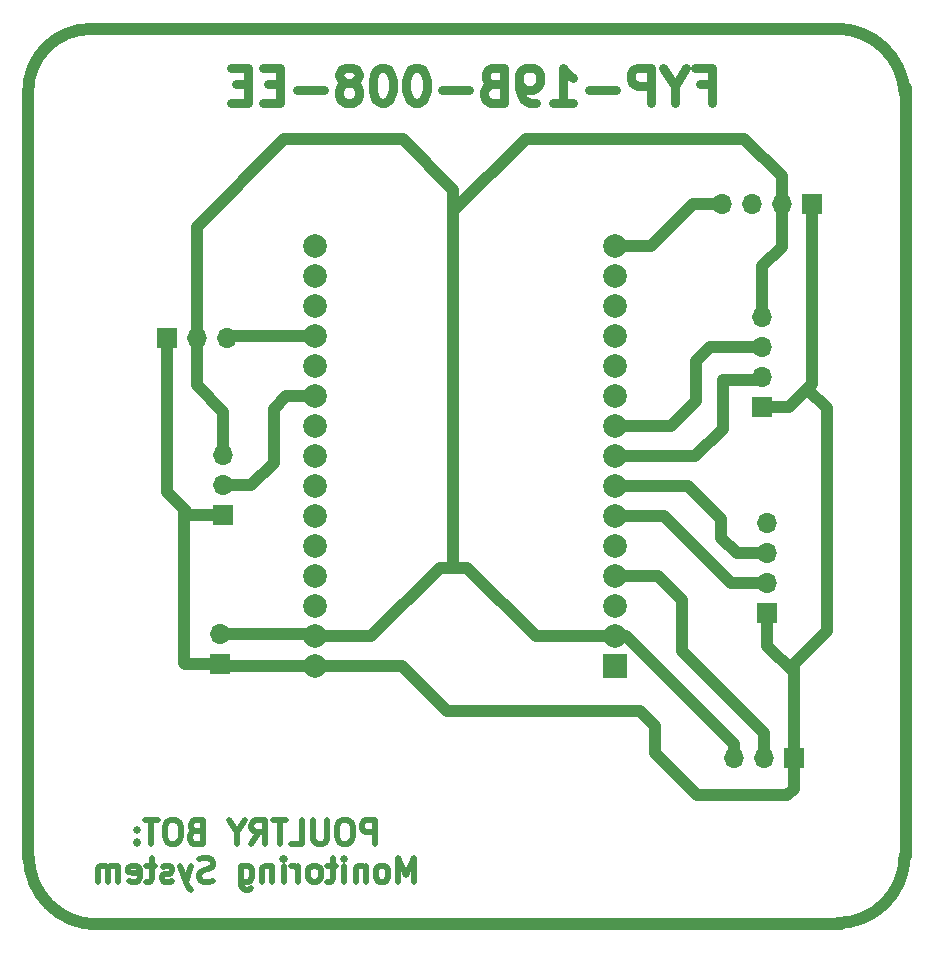
<source format=gbr>
%TF.GenerationSoftware,KiCad,Pcbnew,7.0.10*%
%TF.CreationDate,2024-02-21T12:26:18+05:00*%
%TF.ProjectId,Circuit for 2nd Milestone,43697263-7569-4742-9066-6f7220326e64,rev?*%
%TF.SameCoordinates,Original*%
%TF.FileFunction,Copper,L2,Bot*%
%TF.FilePolarity,Positive*%
%FSLAX46Y46*%
G04 Gerber Fmt 4.6, Leading zero omitted, Abs format (unit mm)*
G04 Created by KiCad (PCBNEW 7.0.10) date 2024-02-21 12:26:18*
%MOMM*%
%LPD*%
G01*
G04 APERTURE LIST*
%ADD10C,0.500000*%
%TA.AperFunction,NonConductor*%
%ADD11C,0.500000*%
%TD*%
%ADD12C,0.750000*%
%TA.AperFunction,NonConductor*%
%ADD13C,0.750000*%
%TD*%
%TA.AperFunction,NonConductor*%
%ADD14C,1.000000*%
%TD*%
%TA.AperFunction,ComponentPad*%
%ADD15R,1.700000X1.700000*%
%TD*%
%TA.AperFunction,ComponentPad*%
%ADD16O,1.700000X1.700000*%
%TD*%
%TA.AperFunction,ComponentPad*%
%ADD17R,2.000000X2.000000*%
%TD*%
%TA.AperFunction,ComponentPad*%
%ADD18C,2.000000*%
%TD*%
%TA.AperFunction,Conductor*%
%ADD19C,1.000000*%
%TD*%
G04 APERTURE END LIST*
D10*
D11*
X132091438Y-106972538D02*
X132091438Y-104972538D01*
X132091438Y-104972538D02*
X131329533Y-104972538D01*
X131329533Y-104972538D02*
X131139057Y-105067776D01*
X131139057Y-105067776D02*
X131043819Y-105163014D01*
X131043819Y-105163014D02*
X130948581Y-105353490D01*
X130948581Y-105353490D02*
X130948581Y-105639204D01*
X130948581Y-105639204D02*
X131043819Y-105829680D01*
X131043819Y-105829680D02*
X131139057Y-105924919D01*
X131139057Y-105924919D02*
X131329533Y-106020157D01*
X131329533Y-106020157D02*
X132091438Y-106020157D01*
X129710486Y-104972538D02*
X129329533Y-104972538D01*
X129329533Y-104972538D02*
X129139057Y-105067776D01*
X129139057Y-105067776D02*
X128948581Y-105258252D01*
X128948581Y-105258252D02*
X128853343Y-105639204D01*
X128853343Y-105639204D02*
X128853343Y-106305871D01*
X128853343Y-106305871D02*
X128948581Y-106686823D01*
X128948581Y-106686823D02*
X129139057Y-106877300D01*
X129139057Y-106877300D02*
X129329533Y-106972538D01*
X129329533Y-106972538D02*
X129710486Y-106972538D01*
X129710486Y-106972538D02*
X129900962Y-106877300D01*
X129900962Y-106877300D02*
X130091438Y-106686823D01*
X130091438Y-106686823D02*
X130186676Y-106305871D01*
X130186676Y-106305871D02*
X130186676Y-105639204D01*
X130186676Y-105639204D02*
X130091438Y-105258252D01*
X130091438Y-105258252D02*
X129900962Y-105067776D01*
X129900962Y-105067776D02*
X129710486Y-104972538D01*
X127996200Y-104972538D02*
X127996200Y-106591585D01*
X127996200Y-106591585D02*
X127900962Y-106782061D01*
X127900962Y-106782061D02*
X127805724Y-106877300D01*
X127805724Y-106877300D02*
X127615248Y-106972538D01*
X127615248Y-106972538D02*
X127234295Y-106972538D01*
X127234295Y-106972538D02*
X127043819Y-106877300D01*
X127043819Y-106877300D02*
X126948581Y-106782061D01*
X126948581Y-106782061D02*
X126853343Y-106591585D01*
X126853343Y-106591585D02*
X126853343Y-104972538D01*
X124948581Y-106972538D02*
X125900962Y-106972538D01*
X125900962Y-106972538D02*
X125900962Y-104972538D01*
X124567628Y-104972538D02*
X123424771Y-104972538D01*
X123996200Y-106972538D02*
X123996200Y-104972538D01*
X121615247Y-106972538D02*
X122281914Y-106020157D01*
X122758104Y-106972538D02*
X122758104Y-104972538D01*
X122758104Y-104972538D02*
X121996199Y-104972538D01*
X121996199Y-104972538D02*
X121805723Y-105067776D01*
X121805723Y-105067776D02*
X121710485Y-105163014D01*
X121710485Y-105163014D02*
X121615247Y-105353490D01*
X121615247Y-105353490D02*
X121615247Y-105639204D01*
X121615247Y-105639204D02*
X121710485Y-105829680D01*
X121710485Y-105829680D02*
X121805723Y-105924919D01*
X121805723Y-105924919D02*
X121996199Y-106020157D01*
X121996199Y-106020157D02*
X122758104Y-106020157D01*
X120377152Y-106020157D02*
X120377152Y-106972538D01*
X121043818Y-104972538D02*
X120377152Y-106020157D01*
X120377152Y-106020157D02*
X119710485Y-104972538D01*
X116853341Y-105924919D02*
X116567627Y-106020157D01*
X116567627Y-106020157D02*
X116472389Y-106115395D01*
X116472389Y-106115395D02*
X116377151Y-106305871D01*
X116377151Y-106305871D02*
X116377151Y-106591585D01*
X116377151Y-106591585D02*
X116472389Y-106782061D01*
X116472389Y-106782061D02*
X116567627Y-106877300D01*
X116567627Y-106877300D02*
X116758103Y-106972538D01*
X116758103Y-106972538D02*
X117520008Y-106972538D01*
X117520008Y-106972538D02*
X117520008Y-104972538D01*
X117520008Y-104972538D02*
X116853341Y-104972538D01*
X116853341Y-104972538D02*
X116662865Y-105067776D01*
X116662865Y-105067776D02*
X116567627Y-105163014D01*
X116567627Y-105163014D02*
X116472389Y-105353490D01*
X116472389Y-105353490D02*
X116472389Y-105543966D01*
X116472389Y-105543966D02*
X116567627Y-105734442D01*
X116567627Y-105734442D02*
X116662865Y-105829680D01*
X116662865Y-105829680D02*
X116853341Y-105924919D01*
X116853341Y-105924919D02*
X117520008Y-105924919D01*
X115139056Y-104972538D02*
X114758103Y-104972538D01*
X114758103Y-104972538D02*
X114567627Y-105067776D01*
X114567627Y-105067776D02*
X114377151Y-105258252D01*
X114377151Y-105258252D02*
X114281913Y-105639204D01*
X114281913Y-105639204D02*
X114281913Y-106305871D01*
X114281913Y-106305871D02*
X114377151Y-106686823D01*
X114377151Y-106686823D02*
X114567627Y-106877300D01*
X114567627Y-106877300D02*
X114758103Y-106972538D01*
X114758103Y-106972538D02*
X115139056Y-106972538D01*
X115139056Y-106972538D02*
X115329532Y-106877300D01*
X115329532Y-106877300D02*
X115520008Y-106686823D01*
X115520008Y-106686823D02*
X115615246Y-106305871D01*
X115615246Y-106305871D02*
X115615246Y-105639204D01*
X115615246Y-105639204D02*
X115520008Y-105258252D01*
X115520008Y-105258252D02*
X115329532Y-105067776D01*
X115329532Y-105067776D02*
X115139056Y-104972538D01*
X113710484Y-104972538D02*
X112567627Y-104972538D01*
X113139056Y-106972538D02*
X113139056Y-104972538D01*
X111900960Y-106782061D02*
X111805722Y-106877300D01*
X111805722Y-106877300D02*
X111900960Y-106972538D01*
X111900960Y-106972538D02*
X111996198Y-106877300D01*
X111996198Y-106877300D02*
X111900960Y-106782061D01*
X111900960Y-106782061D02*
X111900960Y-106972538D01*
X111900960Y-105734442D02*
X111805722Y-105829680D01*
X111805722Y-105829680D02*
X111900960Y-105924919D01*
X111900960Y-105924919D02*
X111996198Y-105829680D01*
X111996198Y-105829680D02*
X111900960Y-105734442D01*
X111900960Y-105734442D02*
X111900960Y-105924919D01*
X135377153Y-110192538D02*
X135377153Y-108192538D01*
X135377153Y-108192538D02*
X134710486Y-109621109D01*
X134710486Y-109621109D02*
X134043820Y-108192538D01*
X134043820Y-108192538D02*
X134043820Y-110192538D01*
X132805725Y-110192538D02*
X132996201Y-110097300D01*
X132996201Y-110097300D02*
X133091439Y-110002061D01*
X133091439Y-110002061D02*
X133186677Y-109811585D01*
X133186677Y-109811585D02*
X133186677Y-109240157D01*
X133186677Y-109240157D02*
X133091439Y-109049680D01*
X133091439Y-109049680D02*
X132996201Y-108954442D01*
X132996201Y-108954442D02*
X132805725Y-108859204D01*
X132805725Y-108859204D02*
X132520010Y-108859204D01*
X132520010Y-108859204D02*
X132329534Y-108954442D01*
X132329534Y-108954442D02*
X132234296Y-109049680D01*
X132234296Y-109049680D02*
X132139058Y-109240157D01*
X132139058Y-109240157D02*
X132139058Y-109811585D01*
X132139058Y-109811585D02*
X132234296Y-110002061D01*
X132234296Y-110002061D02*
X132329534Y-110097300D01*
X132329534Y-110097300D02*
X132520010Y-110192538D01*
X132520010Y-110192538D02*
X132805725Y-110192538D01*
X131281915Y-108859204D02*
X131281915Y-110192538D01*
X131281915Y-109049680D02*
X131186677Y-108954442D01*
X131186677Y-108954442D02*
X130996201Y-108859204D01*
X130996201Y-108859204D02*
X130710486Y-108859204D01*
X130710486Y-108859204D02*
X130520010Y-108954442D01*
X130520010Y-108954442D02*
X130424772Y-109144919D01*
X130424772Y-109144919D02*
X130424772Y-110192538D01*
X129472391Y-110192538D02*
X129472391Y-108859204D01*
X129472391Y-108192538D02*
X129567629Y-108287776D01*
X129567629Y-108287776D02*
X129472391Y-108383014D01*
X129472391Y-108383014D02*
X129377153Y-108287776D01*
X129377153Y-108287776D02*
X129472391Y-108192538D01*
X129472391Y-108192538D02*
X129472391Y-108383014D01*
X128805724Y-108859204D02*
X128043820Y-108859204D01*
X128520010Y-108192538D02*
X128520010Y-109906823D01*
X128520010Y-109906823D02*
X128424772Y-110097300D01*
X128424772Y-110097300D02*
X128234296Y-110192538D01*
X128234296Y-110192538D02*
X128043820Y-110192538D01*
X127091439Y-110192538D02*
X127281915Y-110097300D01*
X127281915Y-110097300D02*
X127377153Y-110002061D01*
X127377153Y-110002061D02*
X127472391Y-109811585D01*
X127472391Y-109811585D02*
X127472391Y-109240157D01*
X127472391Y-109240157D02*
X127377153Y-109049680D01*
X127377153Y-109049680D02*
X127281915Y-108954442D01*
X127281915Y-108954442D02*
X127091439Y-108859204D01*
X127091439Y-108859204D02*
X126805724Y-108859204D01*
X126805724Y-108859204D02*
X126615248Y-108954442D01*
X126615248Y-108954442D02*
X126520010Y-109049680D01*
X126520010Y-109049680D02*
X126424772Y-109240157D01*
X126424772Y-109240157D02*
X126424772Y-109811585D01*
X126424772Y-109811585D02*
X126520010Y-110002061D01*
X126520010Y-110002061D02*
X126615248Y-110097300D01*
X126615248Y-110097300D02*
X126805724Y-110192538D01*
X126805724Y-110192538D02*
X127091439Y-110192538D01*
X125567629Y-110192538D02*
X125567629Y-108859204D01*
X125567629Y-109240157D02*
X125472391Y-109049680D01*
X125472391Y-109049680D02*
X125377153Y-108954442D01*
X125377153Y-108954442D02*
X125186677Y-108859204D01*
X125186677Y-108859204D02*
X124996200Y-108859204D01*
X124329534Y-110192538D02*
X124329534Y-108859204D01*
X124329534Y-108192538D02*
X124424772Y-108287776D01*
X124424772Y-108287776D02*
X124329534Y-108383014D01*
X124329534Y-108383014D02*
X124234296Y-108287776D01*
X124234296Y-108287776D02*
X124329534Y-108192538D01*
X124329534Y-108192538D02*
X124329534Y-108383014D01*
X123377153Y-108859204D02*
X123377153Y-110192538D01*
X123377153Y-109049680D02*
X123281915Y-108954442D01*
X123281915Y-108954442D02*
X123091439Y-108859204D01*
X123091439Y-108859204D02*
X122805724Y-108859204D01*
X122805724Y-108859204D02*
X122615248Y-108954442D01*
X122615248Y-108954442D02*
X122520010Y-109144919D01*
X122520010Y-109144919D02*
X122520010Y-110192538D01*
X120710486Y-108859204D02*
X120710486Y-110478252D01*
X120710486Y-110478252D02*
X120805724Y-110668728D01*
X120805724Y-110668728D02*
X120900962Y-110763966D01*
X120900962Y-110763966D02*
X121091439Y-110859204D01*
X121091439Y-110859204D02*
X121377153Y-110859204D01*
X121377153Y-110859204D02*
X121567629Y-110763966D01*
X120710486Y-110097300D02*
X120900962Y-110192538D01*
X120900962Y-110192538D02*
X121281915Y-110192538D01*
X121281915Y-110192538D02*
X121472391Y-110097300D01*
X121472391Y-110097300D02*
X121567629Y-110002061D01*
X121567629Y-110002061D02*
X121662867Y-109811585D01*
X121662867Y-109811585D02*
X121662867Y-109240157D01*
X121662867Y-109240157D02*
X121567629Y-109049680D01*
X121567629Y-109049680D02*
X121472391Y-108954442D01*
X121472391Y-108954442D02*
X121281915Y-108859204D01*
X121281915Y-108859204D02*
X120900962Y-108859204D01*
X120900962Y-108859204D02*
X120710486Y-108954442D01*
X118329533Y-110097300D02*
X118043819Y-110192538D01*
X118043819Y-110192538D02*
X117567628Y-110192538D01*
X117567628Y-110192538D02*
X117377152Y-110097300D01*
X117377152Y-110097300D02*
X117281914Y-110002061D01*
X117281914Y-110002061D02*
X117186676Y-109811585D01*
X117186676Y-109811585D02*
X117186676Y-109621109D01*
X117186676Y-109621109D02*
X117281914Y-109430633D01*
X117281914Y-109430633D02*
X117377152Y-109335395D01*
X117377152Y-109335395D02*
X117567628Y-109240157D01*
X117567628Y-109240157D02*
X117948581Y-109144919D01*
X117948581Y-109144919D02*
X118139057Y-109049680D01*
X118139057Y-109049680D02*
X118234295Y-108954442D01*
X118234295Y-108954442D02*
X118329533Y-108763966D01*
X118329533Y-108763966D02*
X118329533Y-108573490D01*
X118329533Y-108573490D02*
X118234295Y-108383014D01*
X118234295Y-108383014D02*
X118139057Y-108287776D01*
X118139057Y-108287776D02*
X117948581Y-108192538D01*
X117948581Y-108192538D02*
X117472390Y-108192538D01*
X117472390Y-108192538D02*
X117186676Y-108287776D01*
X116520009Y-108859204D02*
X116043819Y-110192538D01*
X115567628Y-108859204D02*
X116043819Y-110192538D01*
X116043819Y-110192538D02*
X116234295Y-110668728D01*
X116234295Y-110668728D02*
X116329533Y-110763966D01*
X116329533Y-110763966D02*
X116520009Y-110859204D01*
X114900961Y-110097300D02*
X114710485Y-110192538D01*
X114710485Y-110192538D02*
X114329533Y-110192538D01*
X114329533Y-110192538D02*
X114139056Y-110097300D01*
X114139056Y-110097300D02*
X114043818Y-109906823D01*
X114043818Y-109906823D02*
X114043818Y-109811585D01*
X114043818Y-109811585D02*
X114139056Y-109621109D01*
X114139056Y-109621109D02*
X114329533Y-109525871D01*
X114329533Y-109525871D02*
X114615247Y-109525871D01*
X114615247Y-109525871D02*
X114805723Y-109430633D01*
X114805723Y-109430633D02*
X114900961Y-109240157D01*
X114900961Y-109240157D02*
X114900961Y-109144919D01*
X114900961Y-109144919D02*
X114805723Y-108954442D01*
X114805723Y-108954442D02*
X114615247Y-108859204D01*
X114615247Y-108859204D02*
X114329533Y-108859204D01*
X114329533Y-108859204D02*
X114139056Y-108954442D01*
X113472389Y-108859204D02*
X112710485Y-108859204D01*
X113186675Y-108192538D02*
X113186675Y-109906823D01*
X113186675Y-109906823D02*
X113091437Y-110097300D01*
X113091437Y-110097300D02*
X112900961Y-110192538D01*
X112900961Y-110192538D02*
X112710485Y-110192538D01*
X111281913Y-110097300D02*
X111472389Y-110192538D01*
X111472389Y-110192538D02*
X111853342Y-110192538D01*
X111853342Y-110192538D02*
X112043818Y-110097300D01*
X112043818Y-110097300D02*
X112139056Y-109906823D01*
X112139056Y-109906823D02*
X112139056Y-109144919D01*
X112139056Y-109144919D02*
X112043818Y-108954442D01*
X112043818Y-108954442D02*
X111853342Y-108859204D01*
X111853342Y-108859204D02*
X111472389Y-108859204D01*
X111472389Y-108859204D02*
X111281913Y-108954442D01*
X111281913Y-108954442D02*
X111186675Y-109144919D01*
X111186675Y-109144919D02*
X111186675Y-109335395D01*
X111186675Y-109335395D02*
X112139056Y-109525871D01*
X110329532Y-110192538D02*
X110329532Y-108859204D01*
X110329532Y-109049680D02*
X110234294Y-108954442D01*
X110234294Y-108954442D02*
X110043818Y-108859204D01*
X110043818Y-108859204D02*
X109758103Y-108859204D01*
X109758103Y-108859204D02*
X109567627Y-108954442D01*
X109567627Y-108954442D02*
X109472389Y-109144919D01*
X109472389Y-109144919D02*
X109472389Y-110192538D01*
X109472389Y-109144919D02*
X109377151Y-108954442D01*
X109377151Y-108954442D02*
X109186675Y-108859204D01*
X109186675Y-108859204D02*
X108900961Y-108859204D01*
X108900961Y-108859204D02*
X108710484Y-108954442D01*
X108710484Y-108954442D02*
X108615246Y-109144919D01*
X108615246Y-109144919D02*
X108615246Y-110192538D01*
D12*
D13*
X159582615Y-42690728D02*
X160582615Y-42690728D01*
X160582615Y-44262157D02*
X160582615Y-41262157D01*
X160582615Y-41262157D02*
X159154043Y-41262157D01*
X157439757Y-42833585D02*
X157439757Y-44262157D01*
X158439757Y-41262157D02*
X157439757Y-42833585D01*
X157439757Y-42833585D02*
X156439757Y-41262157D01*
X155439757Y-44262157D02*
X155439757Y-41262157D01*
X155439757Y-41262157D02*
X154296900Y-41262157D01*
X154296900Y-41262157D02*
X154011185Y-41405014D01*
X154011185Y-41405014D02*
X153868328Y-41547871D01*
X153868328Y-41547871D02*
X153725471Y-41833585D01*
X153725471Y-41833585D02*
X153725471Y-42262157D01*
X153725471Y-42262157D02*
X153868328Y-42547871D01*
X153868328Y-42547871D02*
X154011185Y-42690728D01*
X154011185Y-42690728D02*
X154296900Y-42833585D01*
X154296900Y-42833585D02*
X155439757Y-42833585D01*
X152439757Y-43119300D02*
X150154043Y-43119300D01*
X147154042Y-44262157D02*
X148868328Y-44262157D01*
X148011185Y-44262157D02*
X148011185Y-41262157D01*
X148011185Y-41262157D02*
X148296899Y-41690728D01*
X148296899Y-41690728D02*
X148582614Y-41976442D01*
X148582614Y-41976442D02*
X148868328Y-42119300D01*
X145725471Y-44262157D02*
X145154042Y-44262157D01*
X145154042Y-44262157D02*
X144868328Y-44119300D01*
X144868328Y-44119300D02*
X144725471Y-43976442D01*
X144725471Y-43976442D02*
X144439756Y-43547871D01*
X144439756Y-43547871D02*
X144296899Y-42976442D01*
X144296899Y-42976442D02*
X144296899Y-41833585D01*
X144296899Y-41833585D02*
X144439756Y-41547871D01*
X144439756Y-41547871D02*
X144582614Y-41405014D01*
X144582614Y-41405014D02*
X144868328Y-41262157D01*
X144868328Y-41262157D02*
X145439756Y-41262157D01*
X145439756Y-41262157D02*
X145725471Y-41405014D01*
X145725471Y-41405014D02*
X145868328Y-41547871D01*
X145868328Y-41547871D02*
X146011185Y-41833585D01*
X146011185Y-41833585D02*
X146011185Y-42547871D01*
X146011185Y-42547871D02*
X145868328Y-42833585D01*
X145868328Y-42833585D02*
X145725471Y-42976442D01*
X145725471Y-42976442D02*
X145439756Y-43119300D01*
X145439756Y-43119300D02*
X144868328Y-43119300D01*
X144868328Y-43119300D02*
X144582614Y-42976442D01*
X144582614Y-42976442D02*
X144439756Y-42833585D01*
X144439756Y-42833585D02*
X144296899Y-42547871D01*
X142011185Y-42690728D02*
X141582613Y-42833585D01*
X141582613Y-42833585D02*
X141439756Y-42976442D01*
X141439756Y-42976442D02*
X141296899Y-43262157D01*
X141296899Y-43262157D02*
X141296899Y-43690728D01*
X141296899Y-43690728D02*
X141439756Y-43976442D01*
X141439756Y-43976442D02*
X141582613Y-44119300D01*
X141582613Y-44119300D02*
X141868328Y-44262157D01*
X141868328Y-44262157D02*
X143011185Y-44262157D01*
X143011185Y-44262157D02*
X143011185Y-41262157D01*
X143011185Y-41262157D02*
X142011185Y-41262157D01*
X142011185Y-41262157D02*
X141725471Y-41405014D01*
X141725471Y-41405014D02*
X141582613Y-41547871D01*
X141582613Y-41547871D02*
X141439756Y-41833585D01*
X141439756Y-41833585D02*
X141439756Y-42119300D01*
X141439756Y-42119300D02*
X141582613Y-42405014D01*
X141582613Y-42405014D02*
X141725471Y-42547871D01*
X141725471Y-42547871D02*
X142011185Y-42690728D01*
X142011185Y-42690728D02*
X143011185Y-42690728D01*
X140011185Y-43119300D02*
X137725471Y-43119300D01*
X135725470Y-41262157D02*
X135439756Y-41262157D01*
X135439756Y-41262157D02*
X135154042Y-41405014D01*
X135154042Y-41405014D02*
X135011185Y-41547871D01*
X135011185Y-41547871D02*
X134868327Y-41833585D01*
X134868327Y-41833585D02*
X134725470Y-42405014D01*
X134725470Y-42405014D02*
X134725470Y-43119300D01*
X134725470Y-43119300D02*
X134868327Y-43690728D01*
X134868327Y-43690728D02*
X135011185Y-43976442D01*
X135011185Y-43976442D02*
X135154042Y-44119300D01*
X135154042Y-44119300D02*
X135439756Y-44262157D01*
X135439756Y-44262157D02*
X135725470Y-44262157D01*
X135725470Y-44262157D02*
X136011185Y-44119300D01*
X136011185Y-44119300D02*
X136154042Y-43976442D01*
X136154042Y-43976442D02*
X136296899Y-43690728D01*
X136296899Y-43690728D02*
X136439756Y-43119300D01*
X136439756Y-43119300D02*
X136439756Y-42405014D01*
X136439756Y-42405014D02*
X136296899Y-41833585D01*
X136296899Y-41833585D02*
X136154042Y-41547871D01*
X136154042Y-41547871D02*
X136011185Y-41405014D01*
X136011185Y-41405014D02*
X135725470Y-41262157D01*
X132868327Y-41262157D02*
X132582613Y-41262157D01*
X132582613Y-41262157D02*
X132296899Y-41405014D01*
X132296899Y-41405014D02*
X132154042Y-41547871D01*
X132154042Y-41547871D02*
X132011184Y-41833585D01*
X132011184Y-41833585D02*
X131868327Y-42405014D01*
X131868327Y-42405014D02*
X131868327Y-43119300D01*
X131868327Y-43119300D02*
X132011184Y-43690728D01*
X132011184Y-43690728D02*
X132154042Y-43976442D01*
X132154042Y-43976442D02*
X132296899Y-44119300D01*
X132296899Y-44119300D02*
X132582613Y-44262157D01*
X132582613Y-44262157D02*
X132868327Y-44262157D01*
X132868327Y-44262157D02*
X133154042Y-44119300D01*
X133154042Y-44119300D02*
X133296899Y-43976442D01*
X133296899Y-43976442D02*
X133439756Y-43690728D01*
X133439756Y-43690728D02*
X133582613Y-43119300D01*
X133582613Y-43119300D02*
X133582613Y-42405014D01*
X133582613Y-42405014D02*
X133439756Y-41833585D01*
X133439756Y-41833585D02*
X133296899Y-41547871D01*
X133296899Y-41547871D02*
X133154042Y-41405014D01*
X133154042Y-41405014D02*
X132868327Y-41262157D01*
X130154041Y-42547871D02*
X130439756Y-42405014D01*
X130439756Y-42405014D02*
X130582613Y-42262157D01*
X130582613Y-42262157D02*
X130725470Y-41976442D01*
X130725470Y-41976442D02*
X130725470Y-41833585D01*
X130725470Y-41833585D02*
X130582613Y-41547871D01*
X130582613Y-41547871D02*
X130439756Y-41405014D01*
X130439756Y-41405014D02*
X130154041Y-41262157D01*
X130154041Y-41262157D02*
X129582613Y-41262157D01*
X129582613Y-41262157D02*
X129296899Y-41405014D01*
X129296899Y-41405014D02*
X129154041Y-41547871D01*
X129154041Y-41547871D02*
X129011184Y-41833585D01*
X129011184Y-41833585D02*
X129011184Y-41976442D01*
X129011184Y-41976442D02*
X129154041Y-42262157D01*
X129154041Y-42262157D02*
X129296899Y-42405014D01*
X129296899Y-42405014D02*
X129582613Y-42547871D01*
X129582613Y-42547871D02*
X130154041Y-42547871D01*
X130154041Y-42547871D02*
X130439756Y-42690728D01*
X130439756Y-42690728D02*
X130582613Y-42833585D01*
X130582613Y-42833585D02*
X130725470Y-43119300D01*
X130725470Y-43119300D02*
X130725470Y-43690728D01*
X130725470Y-43690728D02*
X130582613Y-43976442D01*
X130582613Y-43976442D02*
X130439756Y-44119300D01*
X130439756Y-44119300D02*
X130154041Y-44262157D01*
X130154041Y-44262157D02*
X129582613Y-44262157D01*
X129582613Y-44262157D02*
X129296899Y-44119300D01*
X129296899Y-44119300D02*
X129154041Y-43976442D01*
X129154041Y-43976442D02*
X129011184Y-43690728D01*
X129011184Y-43690728D02*
X129011184Y-43119300D01*
X129011184Y-43119300D02*
X129154041Y-42833585D01*
X129154041Y-42833585D02*
X129296899Y-42690728D01*
X129296899Y-42690728D02*
X129582613Y-42547871D01*
X127725470Y-43119300D02*
X125439756Y-43119300D01*
X124011184Y-42690728D02*
X123011184Y-42690728D01*
X122582612Y-44262157D02*
X124011184Y-44262157D01*
X124011184Y-44262157D02*
X124011184Y-41262157D01*
X124011184Y-41262157D02*
X122582612Y-41262157D01*
X121296898Y-42690728D02*
X120296898Y-42690728D01*
X119868326Y-44262157D02*
X121296898Y-44262157D01*
X121296898Y-44262157D02*
X121296898Y-41262157D01*
X121296898Y-41262157D02*
X119868326Y-41262157D01*
D14*
X108488100Y-113741200D02*
X171488100Y-113741200D01*
X177000000Y-43000000D02*
X177000000Y-108000000D01*
X176911000Y-43370500D02*
G75*
G03*
X171145200Y-37966489I-5765800J-373900D01*
G01*
X171208700Y-113690400D02*
G75*
G03*
X176911000Y-107988100I0J5702300D01*
G01*
X102755700Y-108051600D02*
G75*
G03*
X108497508Y-113804613I5791199J38100D01*
G01*
X108000800Y-37985700D02*
G75*
G03*
X102704900Y-43281600I0J-5295900D01*
G01*
X102730300Y-108167300D02*
X102730300Y-43167300D01*
X108000000Y-38000000D02*
X171000000Y-38000000D01*
D15*
%TO.P,J1,1*%
%TO.N,5V*%
X165303200Y-87477600D03*
D16*
%TO.P,J1,2*%
%TO.N,TX*%
X165303200Y-84937600D03*
%TO.P,J1,3*%
%TO.N,RX*%
X165303200Y-82397600D03*
%TO.P,J1,4*%
%TO.N,GND*%
X165303200Y-79857600D03*
%TD*%
D15*
%TO.P,J2,1*%
%TO.N,5V*%
X167513000Y-99733100D03*
D16*
%TO.P,J2,2*%
%TO.N,DHT22*%
X164973000Y-99733100D03*
%TO.P,J2,3*%
%TO.N,GND*%
X162433000Y-99733100D03*
%TD*%
D15*
%TO.P,J3,1*%
%TO.N,5V*%
X169037000Y-52819300D03*
D16*
%TO.P,J3,2*%
%TO.N,GND*%
X166497000Y-52819300D03*
%TO.P,J3,3*%
%TO.N,Net-(J3-Pad3)*%
X163957000Y-52819300D03*
%TO.P,J3,4*%
%TO.N,MQ135*%
X161417000Y-52819300D03*
%TD*%
%TO.P,J4,4*%
%TO.N,GND*%
X164833300Y-62357000D03*
%TO.P,J4,3*%
%TO.N,Echo*%
X164833300Y-64897000D03*
%TO.P,J4,2*%
%TO.N,Trigger*%
X164833300Y-67437000D03*
D15*
%TO.P,J4,1*%
%TO.N,5V*%
X164833300Y-69977000D03*
%TD*%
D16*
%TO.P,J5,3*%
%TO.N,GND*%
X119227600Y-74053700D03*
%TO.P,J5,2*%
%TO.N,YF-S201*%
X119227600Y-76593700D03*
D15*
%TO.P,J5,1*%
%TO.N,5V*%
X119227600Y-79133700D03*
%TD*%
%TO.P,J6,1*%
%TO.N,5V*%
X114427000Y-64185800D03*
D16*
%TO.P,J6,2*%
%TO.N,GND*%
X116967000Y-64185800D03*
%TO.P,J6,3*%
%TO.N,Relay*%
X119507000Y-64185800D03*
%TD*%
D15*
%TO.P,J7,1*%
%TO.N,5V*%
X118922800Y-91719400D03*
D16*
%TO.P,J7,2*%
%TO.N,GND*%
X118922800Y-89179400D03*
%TD*%
D17*
%TO.P,U1,1*%
%TO.N,Net-(U1-Pad1)*%
X152412700Y-91956300D03*
D18*
%TO.P,U1,2*%
%TO.N,GND*%
X152412700Y-89416300D03*
%TO.P,U1,3*%
%TO.N,Net-(U1-Pad3)*%
X152412700Y-86876300D03*
%TO.P,U1,4*%
%TO.N,DHT22*%
X152412700Y-84336300D03*
%TO.P,U1,5*%
%TO.N,Net-(U1-Pad5)*%
X152412700Y-81796300D03*
%TO.P,U1,6*%
%TO.N,TX*%
X152412700Y-79256300D03*
%TO.P,U1,7*%
%TO.N,RX*%
X152412700Y-76716300D03*
%TO.P,U1,8*%
%TO.N,Trigger*%
X152412700Y-74176300D03*
%TO.P,U1,9*%
%TO.N,Echo*%
X152412700Y-71636300D03*
%TO.P,U1,10*%
%TO.N,Net-(U1-Pad10)*%
X152412700Y-69096300D03*
%TO.P,U1,11*%
%TO.N,Net-(U1-Pad11)*%
X152412700Y-66556300D03*
%TO.P,U1,12*%
%TO.N,Net-(U1-Pad12)*%
X152412700Y-64016300D03*
%TO.P,U1,13*%
%TO.N,Net-(U1-Pad13)*%
X152412700Y-61476300D03*
%TO.P,U1,14*%
%TO.N,Net-(U1-Pad14)*%
X152412700Y-58936300D03*
%TO.P,U1,15*%
%TO.N,MQ135*%
X152412700Y-56396300D03*
%TO.P,U1,30*%
%TO.N,5V*%
X127012700Y-91956300D03*
%TO.P,U1,29*%
%TO.N,GND*%
X127012700Y-89416300D03*
%TO.P,U1,28*%
%TO.N,Net-(U1-Pad28)*%
X127012700Y-86876300D03*
%TO.P,U1,27*%
%TO.N,Net-(U1-Pad27)*%
X127012700Y-84336300D03*
%TO.P,U1,26*%
%TO.N,Net-(U1-Pad26)*%
X127012700Y-81796300D03*
%TO.P,U1,25*%
%TO.N,Net-(U1-Pad25)*%
X127012700Y-79256300D03*
%TO.P,U1,24*%
%TO.N,Net-(U1-Pad24)*%
X127012700Y-76716300D03*
%TO.P,U1,23*%
%TO.N,Net-(U1-Pad23)*%
X127012700Y-74176300D03*
%TO.P,U1,22*%
%TO.N,Net-(U1-Pad22)*%
X127012700Y-71636300D03*
%TO.P,U1,21*%
%TO.N,YF-S201*%
X127012700Y-69096300D03*
%TO.P,U1,20*%
%TO.N,Net-(U1-Pad20)*%
X127012700Y-66556300D03*
%TO.P,U1,19*%
%TO.N,Relay*%
X127012700Y-64016300D03*
%TO.P,U1,18*%
%TO.N,Net-(U1-Pad18)*%
X127012700Y-61476300D03*
%TO.P,U1,17*%
%TO.N,Net-(U1-Pad17)*%
X127012700Y-58936300D03*
%TO.P,U1,16*%
%TO.N,Net-(U1-Pad16)*%
X127012700Y-56396300D03*
%TD*%
D19*
%TO.N,5V*%
X114427000Y-64185800D02*
X114427000Y-77228700D01*
X116332000Y-79133700D02*
X119227600Y-79133700D01*
X119159700Y-91956300D02*
X118922800Y-91719400D01*
X127012700Y-91956300D02*
X119159700Y-91956300D01*
X118922800Y-91719400D02*
X115951000Y-91719400D01*
X115874800Y-91643200D02*
X115874800Y-78676500D01*
X115951000Y-91719400D02*
X115874800Y-91643200D01*
X115874800Y-78676500D02*
X116332000Y-79133700D01*
X114427000Y-77228700D02*
X115874800Y-78676500D01*
X167513000Y-99733100D02*
X167513000Y-102323900D01*
X167513000Y-102323900D02*
X166966900Y-102870000D01*
X166966900Y-102870000D02*
X159346900Y-102870000D01*
X159346900Y-102870000D02*
X155765500Y-99288600D01*
X155765500Y-99288600D02*
X155765500Y-96989900D01*
X155765500Y-96989900D02*
X154546300Y-95770700D01*
X154546300Y-95770700D02*
X138137900Y-95770700D01*
X134323500Y-91956300D02*
X127012700Y-91956300D01*
X138137900Y-95770700D02*
X134323500Y-91956300D01*
X164833300Y-69977000D02*
X167119300Y-69977000D01*
X169037000Y-68059300D02*
X169037000Y-52819300D01*
X165303200Y-87477600D02*
X165303200Y-90233500D01*
X167513000Y-92443300D02*
X167513000Y-99733100D01*
X165303200Y-90233500D02*
X167513000Y-92443300D01*
X167513000Y-92443300D02*
X167513000Y-91782900D01*
X167513000Y-91782900D02*
X170319700Y-88976200D01*
X170319700Y-70091300D02*
X168662350Y-68433950D01*
X170319700Y-88976200D02*
X170319700Y-70091300D01*
X168662350Y-68433950D02*
X169037000Y-68059300D01*
X167119300Y-69977000D02*
X168662350Y-68433950D01*
%TO.N,TX*%
X156523100Y-79256300D02*
X152412700Y-79256300D01*
X162204400Y-84937600D02*
X156523100Y-79256300D01*
X165303200Y-84937600D02*
X162204400Y-84937600D01*
%TO.N,RX*%
X152412700Y-76716300D02*
X158605900Y-76716300D01*
X158605900Y-76716300D02*
X161378900Y-79489300D01*
X161378900Y-79489300D02*
X161378900Y-81064100D01*
X162712400Y-82397600D02*
X165303200Y-82397600D01*
X161378900Y-81064100D02*
X162712400Y-82397600D01*
%TO.N,GND*%
X116967000Y-64185800D02*
X116967000Y-68173600D01*
X119227600Y-70434200D02*
X119227600Y-74053700D01*
X116967000Y-68173600D02*
X119227600Y-70434200D01*
X126775800Y-89179400D02*
X127012700Y-89416300D01*
X118922800Y-89179400D02*
X126775800Y-89179400D01*
X153318281Y-89416300D02*
X152412700Y-89416300D01*
X162433000Y-98531019D02*
X153318281Y-89416300D01*
X162433000Y-99733100D02*
X162433000Y-98531019D01*
X152412700Y-89416300D02*
X145677300Y-89416300D01*
X145677300Y-89416300D02*
X139903200Y-83642200D01*
X131766900Y-89416300D02*
X127012700Y-89416300D01*
X137541000Y-83642200D02*
X131766900Y-89416300D01*
X116967000Y-54787800D02*
X124409200Y-47345600D01*
X124409200Y-47345600D02*
X134404100Y-47345600D01*
X134404100Y-47345600D02*
X138671300Y-51612800D01*
X138671300Y-83642200D02*
X137541000Y-83642200D01*
X139903200Y-83642200D02*
X138671300Y-83642200D01*
X166497000Y-52819300D02*
X166497000Y-50457100D01*
X166497000Y-50457100D02*
X163309300Y-47269400D01*
X166497000Y-52819300D02*
X166497000Y-56426100D01*
X166497000Y-56426100D02*
X164833300Y-58089800D01*
X164833300Y-58089800D02*
X164833300Y-62357000D01*
X144843500Y-47269400D02*
X138671300Y-53441600D01*
X163309300Y-47269400D02*
X144843500Y-47269400D01*
X138671300Y-53441600D02*
X138671300Y-83642200D01*
X138671300Y-51612800D02*
X138671300Y-53441600D01*
X116967000Y-64185800D02*
X116967000Y-54787800D01*
%TO.N,DHT22*%
X152412700Y-84336300D02*
X156015100Y-84336300D01*
X156015100Y-84336300D02*
X158051500Y-86372700D01*
X158051500Y-86372700D02*
X158051500Y-90652600D01*
X164973000Y-97574100D02*
X164973000Y-99733100D01*
X158051500Y-90652600D02*
X164973000Y-97574100D01*
%TO.N,MQ135*%
X152412700Y-56396300D02*
X155414300Y-56396300D01*
X158991300Y-52819300D02*
X161417000Y-52819300D01*
X155414300Y-56396300D02*
X158991300Y-52819300D01*
%TO.N,Echo*%
X152412700Y-71636300D02*
X157132700Y-71636300D01*
X157132700Y-71636300D02*
X159270700Y-69498300D01*
X159270700Y-69498300D02*
X159270700Y-66078100D01*
X160451800Y-64897000D02*
X164833300Y-64897000D01*
X159270700Y-66078100D02*
X160451800Y-64897000D01*
%TO.N,Trigger*%
X152412700Y-74176300D02*
X159202800Y-74176300D01*
X159202800Y-74176300D02*
X161556700Y-71822400D01*
X161556700Y-71822400D02*
X161556700Y-67754500D01*
X164515800Y-67754500D02*
X164833300Y-67437000D01*
X161556700Y-67754500D02*
X164515800Y-67754500D01*
%TO.N,YF-S201*%
X119227600Y-76593700D02*
X121615200Y-76593700D01*
X121615200Y-76593700D02*
X123494800Y-74714100D01*
X123494800Y-74714100D02*
X123494800Y-70129400D01*
X124527900Y-69096300D02*
X127012700Y-69096300D01*
X123494800Y-70129400D02*
X124527900Y-69096300D01*
%TO.N,Relay*%
X119676500Y-64016300D02*
X119507000Y-64185800D01*
X127012700Y-64016300D02*
X119676500Y-64016300D01*
%TD*%
M02*

</source>
